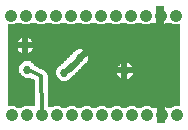
<source format=gbl>
G04 MADE WITH FRITZING*
G04 WWW.FRITZING.ORG*
G04 DOUBLE SIDED*
G04 HOLES PLATED*
G04 CONTOUR ON CENTER OF CONTOUR VECTOR*
%ASAXBY*%
%FSLAX23Y23*%
%MOIN*%
%OFA0B0*%
%SFA1.0B1.0*%
%ADD10C,0.075000*%
%ADD11C,0.042426*%
%ADD12C,0.027165*%
%ADD13C,0.024000*%
%ADD14C,0.012000*%
%LNCOPPER0*%
G90*
G70*
G54D10*
X342Y302D03*
G54D11*
X52Y66D03*
X102Y66D03*
X152Y66D03*
X202Y66D03*
X252Y66D03*
X302Y66D03*
X352Y66D03*
X402Y66D03*
X452Y66D03*
X502Y66D03*
X552Y66D03*
X602Y66D03*
X50Y398D03*
X100Y398D03*
X150Y398D03*
X200Y398D03*
X250Y398D03*
X300Y398D03*
X350Y398D03*
X400Y398D03*
X450Y398D03*
X500Y398D03*
X550Y398D03*
X600Y398D03*
G54D12*
X279Y257D03*
X228Y207D03*
X104Y218D03*
X97Y297D03*
X430Y212D03*
G54D13*
X255Y233D02*
X241Y219D01*
D02*
X267Y244D02*
X255Y233D01*
G54D14*
D02*
X151Y195D02*
X115Y213D01*
D02*
X152Y83D02*
X151Y195D01*
G54D13*
D02*
X342Y302D02*
X291Y269D01*
G36*
X62Y373D02*
X62Y371D01*
X58Y371D01*
X58Y369D01*
X92Y369D01*
X92Y371D01*
X88Y371D01*
X88Y373D01*
X62Y373D01*
G37*
D02*
G36*
X112Y373D02*
X112Y371D01*
X108Y371D01*
X108Y369D01*
X142Y369D01*
X142Y371D01*
X138Y371D01*
X138Y373D01*
X112Y373D01*
G37*
D02*
G36*
X162Y373D02*
X162Y371D01*
X158Y371D01*
X158Y369D01*
X192Y369D01*
X192Y371D01*
X188Y371D01*
X188Y373D01*
X162Y373D01*
G37*
D02*
G36*
X212Y373D02*
X212Y371D01*
X208Y371D01*
X208Y369D01*
X242Y369D01*
X242Y371D01*
X238Y371D01*
X238Y373D01*
X212Y373D01*
G37*
D02*
G36*
X262Y373D02*
X262Y371D01*
X258Y371D01*
X258Y369D01*
X292Y369D01*
X292Y371D01*
X288Y371D01*
X288Y373D01*
X262Y373D01*
G37*
D02*
G36*
X312Y373D02*
X312Y371D01*
X308Y371D01*
X308Y369D01*
X342Y369D01*
X342Y371D01*
X338Y371D01*
X338Y373D01*
X312Y373D01*
G37*
D02*
G36*
X362Y373D02*
X362Y371D01*
X358Y371D01*
X358Y369D01*
X392Y369D01*
X392Y371D01*
X388Y371D01*
X388Y373D01*
X362Y373D01*
G37*
D02*
G36*
X412Y373D02*
X412Y371D01*
X408Y371D01*
X408Y369D01*
X442Y369D01*
X442Y371D01*
X438Y371D01*
X438Y373D01*
X412Y373D01*
G37*
D02*
G36*
X462Y373D02*
X462Y371D01*
X458Y371D01*
X458Y369D01*
X492Y369D01*
X492Y371D01*
X488Y371D01*
X488Y373D01*
X462Y373D01*
G37*
D02*
G36*
X512Y373D02*
X512Y371D01*
X508Y371D01*
X508Y369D01*
X542Y369D01*
X542Y371D01*
X538Y371D01*
X538Y373D01*
X512Y373D01*
G37*
D02*
G36*
X562Y373D02*
X562Y371D01*
X558Y371D01*
X558Y369D01*
X592Y369D01*
X592Y371D01*
X588Y371D01*
X588Y373D01*
X562Y373D01*
G37*
D02*
G36*
X40Y369D02*
X40Y367D01*
X612Y367D01*
X612Y369D01*
X40Y369D01*
G37*
D02*
G36*
X40Y369D02*
X40Y367D01*
X612Y367D01*
X612Y369D01*
X40Y369D01*
G37*
D02*
G36*
X40Y369D02*
X40Y367D01*
X612Y367D01*
X612Y369D01*
X40Y369D01*
G37*
D02*
G36*
X40Y369D02*
X40Y367D01*
X612Y367D01*
X612Y369D01*
X40Y369D01*
G37*
D02*
G36*
X40Y369D02*
X40Y367D01*
X612Y367D01*
X612Y369D01*
X40Y369D01*
G37*
D02*
G36*
X40Y369D02*
X40Y367D01*
X612Y367D01*
X612Y369D01*
X40Y369D01*
G37*
D02*
G36*
X40Y369D02*
X40Y367D01*
X612Y367D01*
X612Y369D01*
X40Y369D01*
G37*
D02*
G36*
X40Y369D02*
X40Y367D01*
X612Y367D01*
X612Y369D01*
X40Y369D01*
G37*
D02*
G36*
X40Y369D02*
X40Y367D01*
X612Y367D01*
X612Y369D01*
X40Y369D01*
G37*
D02*
G36*
X40Y369D02*
X40Y367D01*
X612Y367D01*
X612Y369D01*
X40Y369D01*
G37*
D02*
G36*
X40Y369D02*
X40Y367D01*
X612Y367D01*
X612Y369D01*
X40Y369D01*
G37*
D02*
G36*
X40Y367D02*
X40Y327D01*
X100Y327D01*
X100Y325D01*
X106Y325D01*
X106Y323D01*
X110Y323D01*
X110Y321D01*
X112Y321D01*
X112Y319D01*
X116Y319D01*
X116Y317D01*
X118Y317D01*
X118Y313D01*
X120Y313D01*
X120Y311D01*
X122Y311D01*
X122Y307D01*
X124Y307D01*
X124Y303D01*
X126Y303D01*
X126Y293D01*
X124Y293D01*
X124Y287D01*
X122Y287D01*
X122Y285D01*
X286Y285D01*
X286Y283D01*
X290Y283D01*
X290Y281D01*
X294Y281D01*
X294Y279D01*
X296Y279D01*
X296Y277D01*
X298Y277D01*
X298Y275D01*
X300Y275D01*
X300Y273D01*
X302Y273D01*
X302Y271D01*
X304Y271D01*
X304Y267D01*
X306Y267D01*
X306Y261D01*
X308Y261D01*
X308Y253D01*
X306Y253D01*
X306Y247D01*
X304Y247D01*
X304Y243D01*
X302Y243D01*
X302Y241D01*
X436Y241D01*
X436Y239D01*
X442Y239D01*
X442Y237D01*
X444Y237D01*
X444Y235D01*
X448Y235D01*
X448Y233D01*
X450Y233D01*
X450Y231D01*
X452Y231D01*
X452Y227D01*
X454Y227D01*
X454Y225D01*
X456Y225D01*
X456Y221D01*
X458Y221D01*
X458Y205D01*
X456Y205D01*
X456Y201D01*
X454Y201D01*
X454Y197D01*
X452Y197D01*
X452Y195D01*
X450Y195D01*
X450Y193D01*
X448Y193D01*
X448Y191D01*
X446Y191D01*
X446Y189D01*
X442Y189D01*
X442Y187D01*
X438Y187D01*
X438Y185D01*
X612Y185D01*
X612Y367D01*
X40Y367D01*
G37*
D02*
G36*
X40Y327D02*
X40Y269D01*
X92Y269D01*
X92Y271D01*
X86Y271D01*
X86Y273D01*
X84Y273D01*
X84Y275D01*
X80Y275D01*
X80Y277D01*
X78Y277D01*
X78Y279D01*
X76Y279D01*
X76Y281D01*
X74Y281D01*
X74Y285D01*
X72Y285D01*
X72Y289D01*
X70Y289D01*
X70Y295D01*
X68Y295D01*
X68Y301D01*
X70Y301D01*
X70Y307D01*
X72Y307D01*
X72Y311D01*
X74Y311D01*
X74Y313D01*
X76Y313D01*
X76Y315D01*
X78Y315D01*
X78Y317D01*
X80Y317D01*
X80Y319D01*
X82Y319D01*
X82Y321D01*
X84Y321D01*
X84Y323D01*
X88Y323D01*
X88Y325D01*
X94Y325D01*
X94Y327D01*
X40Y327D01*
G37*
D02*
G36*
X120Y285D02*
X120Y281D01*
X118Y281D01*
X118Y279D01*
X116Y279D01*
X116Y277D01*
X114Y277D01*
X114Y275D01*
X110Y275D01*
X110Y273D01*
X108Y273D01*
X108Y271D01*
X102Y271D01*
X102Y269D01*
X254Y269D01*
X254Y271D01*
X256Y271D01*
X256Y273D01*
X258Y273D01*
X258Y275D01*
X260Y275D01*
X260Y277D01*
X262Y277D01*
X262Y279D01*
X264Y279D01*
X264Y281D01*
X268Y281D01*
X268Y283D01*
X272Y283D01*
X272Y285D01*
X120Y285D01*
G37*
D02*
G36*
X40Y269D02*
X40Y267D01*
X252Y267D01*
X252Y269D01*
X40Y269D01*
G37*
D02*
G36*
X40Y269D02*
X40Y267D01*
X252Y267D01*
X252Y269D01*
X40Y269D01*
G37*
D02*
G36*
X40Y267D02*
X40Y247D01*
X110Y247D01*
X110Y245D01*
X116Y245D01*
X116Y243D01*
X118Y243D01*
X118Y241D01*
X120Y241D01*
X120Y239D01*
X124Y239D01*
X124Y237D01*
X126Y237D01*
X126Y233D01*
X128Y233D01*
X128Y231D01*
X130Y231D01*
X130Y229D01*
X132Y229D01*
X132Y227D01*
X136Y227D01*
X136Y225D01*
X140Y225D01*
X140Y223D01*
X144Y223D01*
X144Y221D01*
X148Y221D01*
X148Y219D01*
X152Y219D01*
X152Y217D01*
X156Y217D01*
X156Y215D01*
X160Y215D01*
X160Y213D01*
X164Y213D01*
X164Y211D01*
X166Y211D01*
X166Y209D01*
X168Y209D01*
X168Y205D01*
X170Y205D01*
X170Y201D01*
X172Y201D01*
X172Y179D01*
X222Y179D01*
X222Y181D01*
X218Y181D01*
X218Y183D01*
X214Y183D01*
X214Y185D01*
X212Y185D01*
X212Y187D01*
X210Y187D01*
X210Y189D01*
X208Y189D01*
X208Y191D01*
X206Y191D01*
X206Y193D01*
X204Y193D01*
X204Y197D01*
X202Y197D01*
X202Y201D01*
X200Y201D01*
X200Y215D01*
X202Y215D01*
X202Y219D01*
X204Y219D01*
X204Y223D01*
X206Y223D01*
X206Y225D01*
X208Y225D01*
X208Y227D01*
X210Y227D01*
X210Y229D01*
X212Y229D01*
X212Y231D01*
X216Y231D01*
X216Y233D01*
X218Y233D01*
X218Y235D01*
X220Y235D01*
X220Y237D01*
X222Y237D01*
X222Y239D01*
X224Y239D01*
X224Y241D01*
X226Y241D01*
X226Y243D01*
X228Y243D01*
X228Y245D01*
X230Y245D01*
X230Y247D01*
X232Y247D01*
X232Y249D01*
X234Y249D01*
X234Y251D01*
X236Y251D01*
X236Y253D01*
X238Y253D01*
X238Y255D01*
X240Y255D01*
X240Y257D01*
X242Y257D01*
X242Y259D01*
X244Y259D01*
X244Y261D01*
X246Y261D01*
X246Y263D01*
X248Y263D01*
X248Y265D01*
X250Y265D01*
X250Y267D01*
X40Y267D01*
G37*
D02*
G36*
X40Y247D02*
X40Y97D01*
X106Y97D01*
X106Y95D01*
X130Y95D01*
X130Y183D01*
X126Y183D01*
X126Y185D01*
X122Y185D01*
X122Y187D01*
X118Y187D01*
X118Y189D01*
X114Y189D01*
X114Y191D01*
X96Y191D01*
X96Y193D01*
X92Y193D01*
X92Y195D01*
X88Y195D01*
X88Y197D01*
X86Y197D01*
X86Y199D01*
X84Y199D01*
X84Y201D01*
X82Y201D01*
X82Y205D01*
X80Y205D01*
X80Y207D01*
X78Y207D01*
X78Y211D01*
X76Y211D01*
X76Y225D01*
X78Y225D01*
X78Y229D01*
X80Y229D01*
X80Y233D01*
X82Y233D01*
X82Y235D01*
X84Y235D01*
X84Y237D01*
X86Y237D01*
X86Y239D01*
X88Y239D01*
X88Y241D01*
X90Y241D01*
X90Y243D01*
X94Y243D01*
X94Y245D01*
X98Y245D01*
X98Y247D01*
X40Y247D01*
G37*
D02*
G36*
X300Y241D02*
X300Y239D01*
X298Y239D01*
X298Y237D01*
X296Y237D01*
X296Y235D01*
X294Y235D01*
X294Y233D01*
X290Y233D01*
X290Y229D01*
X288Y229D01*
X288Y227D01*
X286Y227D01*
X286Y225D01*
X284Y225D01*
X284Y223D01*
X282Y223D01*
X282Y221D01*
X280Y221D01*
X280Y219D01*
X278Y219D01*
X278Y217D01*
X276Y217D01*
X276Y215D01*
X274Y215D01*
X274Y213D01*
X272Y213D01*
X272Y211D01*
X270Y211D01*
X270Y209D01*
X268Y209D01*
X268Y207D01*
X266Y207D01*
X266Y205D01*
X264Y205D01*
X264Y203D01*
X262Y203D01*
X262Y201D01*
X260Y201D01*
X260Y199D01*
X256Y199D01*
X256Y197D01*
X254Y197D01*
X254Y195D01*
X252Y195D01*
X252Y193D01*
X250Y193D01*
X250Y191D01*
X248Y191D01*
X248Y187D01*
X244Y187D01*
X244Y185D01*
X422Y185D01*
X422Y187D01*
X418Y187D01*
X418Y189D01*
X416Y189D01*
X416Y191D01*
X412Y191D01*
X412Y193D01*
X410Y193D01*
X410Y195D01*
X408Y195D01*
X408Y199D01*
X406Y199D01*
X406Y201D01*
X404Y201D01*
X404Y205D01*
X402Y205D01*
X402Y219D01*
X404Y219D01*
X404Y225D01*
X406Y225D01*
X406Y227D01*
X408Y227D01*
X408Y229D01*
X410Y229D01*
X410Y231D01*
X412Y231D01*
X412Y233D01*
X414Y233D01*
X414Y235D01*
X416Y235D01*
X416Y237D01*
X420Y237D01*
X420Y239D01*
X424Y239D01*
X424Y241D01*
X300Y241D01*
G37*
D02*
G36*
X242Y185D02*
X242Y183D01*
X612Y183D01*
X612Y185D01*
X242Y185D01*
G37*
D02*
G36*
X242Y185D02*
X242Y183D01*
X612Y183D01*
X612Y185D01*
X242Y185D01*
G37*
D02*
G36*
X238Y183D02*
X238Y181D01*
X234Y181D01*
X234Y179D01*
X612Y179D01*
X612Y183D01*
X238Y183D01*
G37*
D02*
G36*
X172Y179D02*
X172Y177D01*
X612Y177D01*
X612Y179D01*
X172Y179D01*
G37*
D02*
G36*
X172Y179D02*
X172Y177D01*
X612Y177D01*
X612Y179D01*
X172Y179D01*
G37*
D02*
G36*
X172Y177D02*
X172Y97D01*
X556Y97D01*
X556Y95D01*
X562Y95D01*
X562Y93D01*
X566Y93D01*
X566Y91D01*
X588Y91D01*
X588Y93D01*
X592Y93D01*
X592Y95D01*
X598Y95D01*
X598Y97D01*
X612Y97D01*
X612Y177D01*
X172Y177D01*
G37*
D02*
G36*
X56Y97D02*
X56Y95D01*
X62Y95D01*
X62Y93D01*
X66Y93D01*
X66Y91D01*
X88Y91D01*
X88Y93D01*
X92Y93D01*
X92Y95D01*
X98Y95D01*
X98Y97D01*
X56Y97D01*
G37*
D02*
G36*
X172Y97D02*
X172Y93D01*
X192Y93D01*
X192Y95D01*
X198Y95D01*
X198Y97D01*
X172Y97D01*
G37*
D02*
G36*
X206Y97D02*
X206Y95D01*
X212Y95D01*
X212Y93D01*
X216Y93D01*
X216Y91D01*
X238Y91D01*
X238Y93D01*
X242Y93D01*
X242Y95D01*
X248Y95D01*
X248Y97D01*
X206Y97D01*
G37*
D02*
G36*
X256Y97D02*
X256Y95D01*
X262Y95D01*
X262Y93D01*
X266Y93D01*
X266Y91D01*
X288Y91D01*
X288Y93D01*
X292Y93D01*
X292Y95D01*
X298Y95D01*
X298Y97D01*
X256Y97D01*
G37*
D02*
G36*
X306Y97D02*
X306Y95D01*
X312Y95D01*
X312Y93D01*
X316Y93D01*
X316Y91D01*
X338Y91D01*
X338Y93D01*
X342Y93D01*
X342Y95D01*
X348Y95D01*
X348Y97D01*
X306Y97D01*
G37*
D02*
G36*
X356Y97D02*
X356Y95D01*
X362Y95D01*
X362Y93D01*
X366Y93D01*
X366Y91D01*
X388Y91D01*
X388Y93D01*
X392Y93D01*
X392Y95D01*
X398Y95D01*
X398Y97D01*
X356Y97D01*
G37*
D02*
G36*
X406Y97D02*
X406Y95D01*
X412Y95D01*
X412Y93D01*
X416Y93D01*
X416Y91D01*
X438Y91D01*
X438Y93D01*
X442Y93D01*
X442Y95D01*
X448Y95D01*
X448Y97D01*
X406Y97D01*
G37*
D02*
G36*
X456Y97D02*
X456Y95D01*
X462Y95D01*
X462Y93D01*
X466Y93D01*
X466Y91D01*
X488Y91D01*
X488Y93D01*
X492Y93D01*
X492Y95D01*
X498Y95D01*
X498Y97D01*
X456Y97D01*
G37*
D02*
G36*
X506Y97D02*
X506Y95D01*
X512Y95D01*
X512Y93D01*
X516Y93D01*
X516Y91D01*
X538Y91D01*
X538Y93D01*
X542Y93D01*
X542Y95D01*
X548Y95D01*
X548Y97D01*
X506Y97D01*
G37*
D02*
G36*
X536Y101D02*
X563Y101D01*
X563Y79D01*
X536Y79D01*
X536Y101D01*
G37*
D02*
G36*
X536Y57D02*
X563Y57D01*
X563Y39D01*
X536Y39D01*
X536Y57D01*
G37*
D02*
G36*
X418Y245D02*
X437Y245D01*
X437Y223D01*
X418Y223D01*
X418Y245D01*
G37*
D02*
G36*
X418Y209D02*
X437Y209D01*
X437Y185D01*
X418Y185D01*
X418Y209D01*
G37*
D02*
G36*
X398Y225D02*
X420Y225D01*
X420Y206D01*
X398Y206D01*
X398Y225D01*
G37*
D02*
G36*
X434Y225D02*
X458Y225D01*
X458Y206D01*
X434Y206D01*
X434Y225D01*
G37*
D02*
G36*
X86Y331D02*
X105Y331D01*
X105Y307D01*
X86Y307D01*
X86Y331D01*
G37*
D02*
G36*
X86Y293D02*
X105Y293D01*
X105Y269D01*
X86Y269D01*
X86Y293D01*
G37*
D02*
G36*
X64Y309D02*
X88Y309D01*
X88Y290D01*
X64Y290D01*
X64Y309D01*
G37*
D02*
G36*
X102Y309D02*
X126Y309D01*
X126Y290D01*
X102Y290D01*
X102Y309D01*
G37*
D02*
G36*
X534Y429D02*
X561Y429D01*
X561Y411D01*
X534Y411D01*
X534Y429D01*
G37*
D02*
G36*
X534Y389D02*
X561Y389D01*
X561Y369D01*
X534Y369D01*
X534Y389D01*
G37*
D02*
G04 End of Copper0*
M02*
</source>
